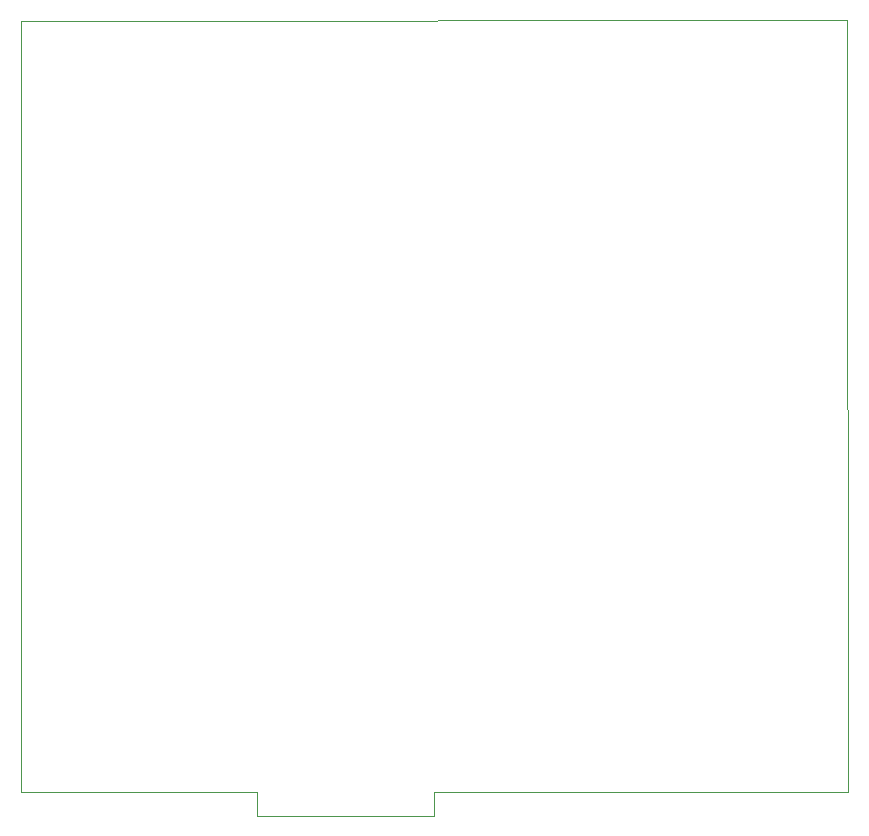
<source format=gbr>
%TF.GenerationSoftware,KiCad,Pcbnew,5.1.6-c6e7f7d~86~ubuntu16.04.1*%
%TF.CreationDate,2021-01-12T06:27:11+00:00*%
%TF.ProjectId,fx502p-minimal-sd,66783530-3270-42d6-9d69-6e696d616c2d,rev?*%
%TF.SameCoordinates,Original*%
%TF.FileFunction,Profile,NP*%
%FSLAX46Y46*%
G04 Gerber Fmt 4.6, Leading zero omitted, Abs format (unit mm)*
G04 Created by KiCad (PCBNEW 5.1.6-c6e7f7d~86~ubuntu16.04.1) date 2021-01-12 06:27:11*
%MOMM*%
%LPD*%
G01*
G04 APERTURE LIST*
%TA.AperFunction,Profile*%
%ADD10C,0.050000*%
%TD*%
G04 APERTURE END LIST*
D10*
X0Y-34700000D02*
X69950000Y-34650000D01*
X20000000Y-100000000D02*
X0Y-100000000D01*
X70000000Y-100000000D02*
X35000000Y-100000000D01*
X35000000Y-102000000D02*
X35000000Y-100000000D01*
X20000000Y-102000000D02*
X35000000Y-102000000D01*
X20000000Y-100000000D02*
X20000000Y-102000000D01*
X0Y-34700000D02*
X0Y-100000000D01*
X70000000Y-100000000D02*
X69950000Y-34650000D01*
M02*

</source>
